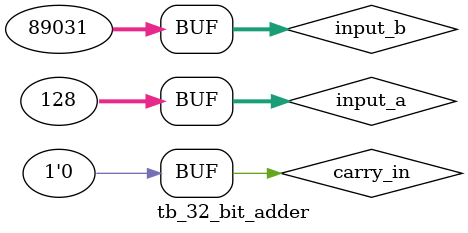
<source format=v>
`timescale 1ns / 1ps


/* 

    * Assignment - 3
    * Problem - 1.c
    * Semester - 5 (Autumn)
    * Group - 56
    * Group members - Utsav Mehta (20CS10069) and Vibhu (20CS10072)

*/

module tb_32_bit_adder;

    // Inputs and Outputs
    reg [31:0] input_a, input_b;
    reg carry_in;
    wire [31:0] sum;
    wire carry_out;

    // Module Instantiations (Unit Under Test)
    s32_bit_adder tb_(input_a, input_b, carry_in, sum, carry_out);

    initial begin
        
        $monitor ("a = %d, b = %d, carry_in = %d, sum = %d, carry_out", input_a, input_b, carry_in, sum, carry_out);

        // Input values initialization
        input_a = 32'd321937;
		  input_b = 32'd1172056;
		  carry_in = 1;
        #50;
        input_a = 32'd23;
		  input_b = 32'd12;
		  carry_in = 0;
        #50;
        input_a = 32'd415362004;
		  input_b = 32'd23907432;
		  carry_in = 1;
        #50;
        input_a = 32'd128;
		  input_b = 32'd89031;
		  carry_in = 0;

    end

endmodule


</source>
